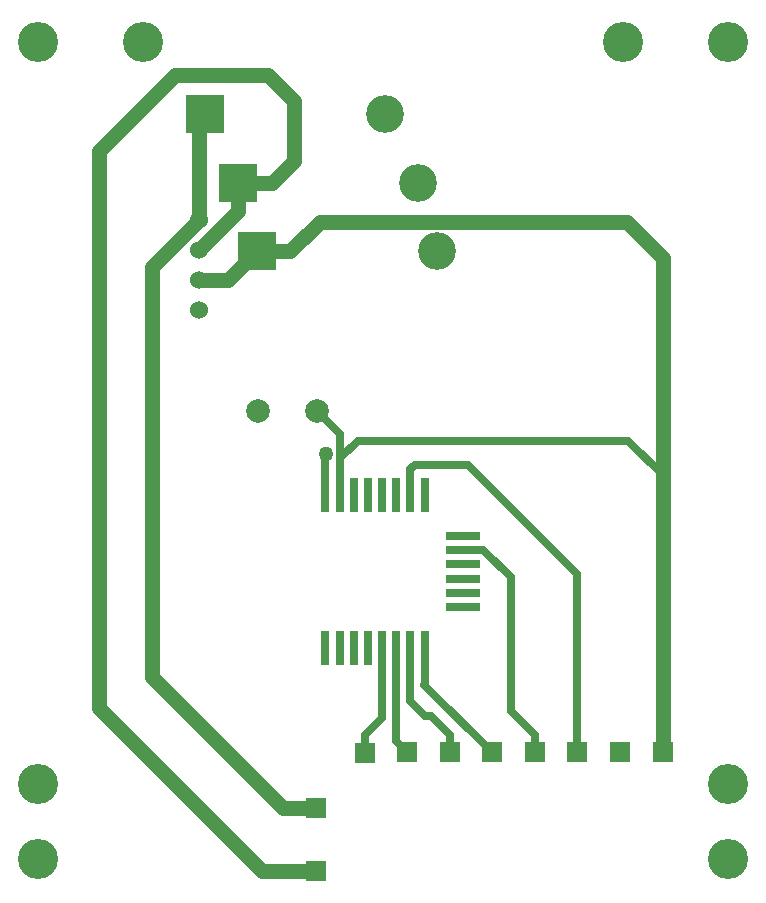
<source format=gbr>
G04 #@! TF.GenerationSoftware,KiCad,Pcbnew,5.0.2+dfsg1-1~bpo9+1*
G04 #@! TF.CreationDate,2019-02-15T21:28:05-06:00*
G04 #@! TF.ProjectId,CommunicationBoard,436f6d6d-756e-4696-9361-74696f6e426f,rev?*
G04 #@! TF.SameCoordinates,Original*
G04 #@! TF.FileFunction,Copper,L1,Top*
G04 #@! TF.FilePolarity,Positive*
%FSLAX46Y46*%
G04 Gerber Fmt 4.6, Leading zero omitted, Abs format (unit mm)*
G04 Created by KiCad (PCBNEW 5.0.2+dfsg1-1~bpo9+1) date vie 15 feb 2019 21:28:05 CST*
%MOMM*%
%LPD*%
G01*
G04 APERTURE LIST*
G04 #@! TA.AperFunction,ComponentPad*
%ADD10C,1.524000*%
G04 #@! TD*
G04 #@! TA.AperFunction,SMDPad,CuDef*
%ADD11R,0.800000X3.000000*%
G04 #@! TD*
G04 #@! TA.AperFunction,SMDPad,CuDef*
%ADD12R,3.000000X0.800000*%
G04 #@! TD*
G04 #@! TA.AperFunction,ComponentPad*
%ADD13R,1.700000X1.700000*%
G04 #@! TD*
G04 #@! TA.AperFunction,ComponentPad*
%ADD14C,2.000000*%
G04 #@! TD*
G04 #@! TA.AperFunction,ComponentPad*
%ADD15R,3.200000X3.200000*%
G04 #@! TD*
G04 #@! TA.AperFunction,ComponentPad*
%ADD16O,3.200000X3.200000*%
G04 #@! TD*
G04 #@! TA.AperFunction,ViaPad*
%ADD17C,3.400000*%
G04 #@! TD*
G04 #@! TA.AperFunction,ViaPad*
%ADD18C,1.270000*%
G04 #@! TD*
G04 #@! TA.AperFunction,Conductor*
%ADD19C,0.635000*%
G04 #@! TD*
G04 #@! TA.AperFunction,Conductor*
%ADD20C,1.270000*%
G04 #@! TD*
G04 APERTURE END LIST*
D10*
G04 #@! TO.P,U1,4*
G04 #@! TO.N,Net-(D1-Pad1)*
X107607100Y-88747600D03*
G04 #@! TO.P,U1,3*
G04 #@! TO.N,Net-(D2-Pad1)*
X107607100Y-91287600D03*
G04 #@! TO.P,U1,2*
G04 #@! TO.N,+3V3*
X107607100Y-93827600D03*
G04 #@! TO.P,U1,1*
G04 #@! TO.N,GND*
X107607100Y-96367600D03*
G04 #@! TD*
D11*
G04 #@! TO.P,IC1,24*
G04 #@! TO.N,GND*
X118286100Y-112029100D03*
G04 #@! TO.P,IC1,23*
G04 #@! TO.N,+3V3*
X119486100Y-112029100D03*
G04 #@! TO.P,IC1,22*
G04 #@! TO.N,N/C*
X120686100Y-112029100D03*
G04 #@! TO.P,IC1,21*
X121886100Y-112029100D03*
G04 #@! TO.P,IC1,20*
X123086100Y-112029100D03*
G04 #@! TO.P,IC1,19*
X124286100Y-112029100D03*
G04 #@! TO.P,IC1,18*
G04 #@! TO.N,Net-(IC1-Pad18)*
X125486100Y-112029100D03*
G04 #@! TO.P,IC1,17*
G04 #@! TO.N,N/C*
X126686100Y-112029100D03*
D12*
G04 #@! TO.P,IC1,15*
X129936100Y-115529100D03*
G04 #@! TO.P,IC1,14*
G04 #@! TO.N,Net-(IC1-Pad14)*
X129936100Y-116729100D03*
G04 #@! TO.P,IC1,13*
G04 #@! TO.N,N/C*
X129936100Y-117929100D03*
G04 #@! TO.P,IC1,12*
X129936100Y-119129100D03*
G04 #@! TO.P,IC1,11*
X129936100Y-120329100D03*
G04 #@! TO.P,IC1,10*
X129936100Y-121529100D03*
D11*
G04 #@! TO.P,IC1,8*
G04 #@! TO.N,Net-(IC1-Pad8)*
X126686100Y-125029100D03*
G04 #@! TO.P,IC1,7*
G04 #@! TO.N,Net-(IC1-Pad7)*
X125486100Y-125029100D03*
G04 #@! TO.P,IC1,6*
G04 #@! TO.N,Net-(IC1-Pad6)*
X124286100Y-125029100D03*
G04 #@! TO.P,IC1,5*
G04 #@! TO.N,Net-(IC1-Pad5)*
X123086100Y-125029100D03*
G04 #@! TO.P,IC1,4*
G04 #@! TO.N,N/C*
X121886100Y-125029100D03*
G04 #@! TO.P,IC1,3*
X120686100Y-125029100D03*
G04 #@! TO.P,IC1,2*
X119486100Y-125029100D03*
G04 #@! TO.P,IC1,1*
X118286100Y-125029100D03*
G04 #@! TD*
D13*
G04 #@! TO.P,J6,1*
G04 #@! TO.N,Net-(IC1-Pad6)*
X125209300Y-133832600D03*
G04 #@! TD*
G04 #@! TO.P,J1,1*
G04 #@! TO.N,+3V3*
X146850100Y-133819900D03*
G04 #@! TD*
G04 #@! TO.P,J2,1*
G04 #@! TO.N,GND*
X143192500Y-133845300D03*
G04 #@! TD*
G04 #@! TO.P,J3,1*
G04 #@! TO.N,Net-(D1-Pad1)*
X117513100Y-138595100D03*
G04 #@! TD*
G04 #@! TO.P,J4,1*
G04 #@! TO.N,Net-(D2-Pad1)*
X117513100Y-143929100D03*
G04 #@! TD*
G04 #@! TO.P,J5,1*
G04 #@! TO.N,Net-(IC1-Pad5)*
X121627900Y-133858000D03*
G04 #@! TD*
G04 #@! TO.P,J7,1*
G04 #@! TO.N,Net-(IC1-Pad7)*
X128803400Y-133845300D03*
G04 #@! TD*
G04 #@! TO.P,J8,1*
G04 #@! TO.N,Net-(IC1-Pad8)*
X132384800Y-133845300D03*
G04 #@! TD*
G04 #@! TO.P,J9,1*
G04 #@! TO.N,Net-(IC1-Pad18)*
X139585700Y-133845300D03*
G04 #@! TD*
G04 #@! TO.P,J10,1*
G04 #@! TO.N,Net-(IC1-Pad14)*
X136004300Y-133845300D03*
G04 #@! TD*
D14*
G04 #@! TO.P,C1,1*
G04 #@! TO.N,+3V3*
X117563900Y-104965500D03*
G04 #@! TO.P,C1,2*
G04 #@! TO.N,GND*
X112563900Y-104965500D03*
G04 #@! TD*
D15*
G04 #@! TO.P,D1,1*
G04 #@! TO.N,Net-(D1-Pad1)*
X108115100Y-79832200D03*
D16*
G04 #@! TO.P,D1,2*
G04 #@! TO.N,GND*
X123355100Y-79832200D03*
G04 #@! TD*
G04 #@! TO.P,D2,2*
G04 #@! TO.N,GND*
X126123700Y-85674200D03*
D15*
G04 #@! TO.P,D2,1*
G04 #@! TO.N,Net-(D2-Pad1)*
X110883700Y-85674200D03*
G04 #@! TD*
G04 #@! TO.P,D3,1*
G04 #@! TO.N,+3V3*
X112458500Y-91414600D03*
D16*
G04 #@! TO.P,D3,2*
G04 #@! TO.N,GND*
X127698500Y-91414600D03*
G04 #@! TD*
D17*
G04 #@! TO.N,*
X152400000Y-136525000D03*
X152400000Y-142875000D03*
X152400000Y-73660000D03*
X143510000Y-73660000D03*
X102870000Y-73660000D03*
X93980000Y-73660000D03*
X93980000Y-136525000D03*
X93980000Y-142875000D03*
D18*
G04 #@! TO.N,GND*
X118300500Y-108572300D03*
G04 #@! TD*
D19*
G04 #@! TO.N,GND*
X118286100Y-108586700D02*
X118300500Y-108572300D01*
X118286100Y-112029100D02*
X118286100Y-108586700D01*
D20*
G04 #@! TO.N,+3V3*
X146850100Y-133819900D02*
X146850100Y-111163100D01*
X110045500Y-93827600D02*
X112458500Y-91414600D01*
X107607100Y-93827600D02*
X110045500Y-93827600D01*
X115328500Y-91414600D02*
X112458500Y-91414600D01*
X143802299Y-88925599D02*
X117817501Y-88925599D01*
X146850100Y-91973400D02*
X143802299Y-88925599D01*
X117817501Y-88925599D02*
X115328500Y-91414600D01*
D19*
X118563899Y-105965499D02*
X117563900Y-104965500D01*
X119507001Y-106908601D02*
X118563899Y-105965499D01*
X119486100Y-109894100D02*
X119507001Y-109873199D01*
X119486100Y-112029100D02*
X119486100Y-109894100D01*
X119507001Y-108826300D02*
X119634000Y-108826300D01*
X119507001Y-109873199D02*
X119507001Y-108826300D01*
X119507001Y-108826300D02*
X119507001Y-106908601D01*
X119634000Y-108826300D02*
X121018300Y-107442000D01*
X121018300Y-107442000D02*
X143929100Y-107442000D01*
D20*
X146850100Y-110363000D02*
X146850100Y-91973400D01*
D19*
X143929100Y-107442000D02*
X146850100Y-110363000D01*
D20*
X146850100Y-111163100D02*
X146850100Y-110363000D01*
D19*
G04 #@! TO.N,Net-(IC1-Pad5)*
X123086100Y-130914800D02*
X123086100Y-125029100D01*
X121627900Y-132373000D02*
X123086100Y-130914800D01*
X121627900Y-133858000D02*
X121627900Y-132373000D01*
G04 #@! TO.N,Net-(IC1-Pad6)*
X124273400Y-132896700D02*
X125209300Y-133832600D01*
X124286100Y-132884000D02*
X124286100Y-125029100D01*
X124273400Y-132896700D02*
X124286100Y-132884000D01*
G04 #@! TO.N,Net-(IC1-Pad18)*
X139585700Y-133845300D02*
X139585700Y-118770400D01*
X139585700Y-118770400D02*
X130327400Y-109512100D01*
X125486100Y-109894100D02*
X125486100Y-112029100D01*
X125868100Y-109512100D02*
X125486100Y-109894100D01*
X130327400Y-109512100D02*
X125868100Y-109512100D01*
G04 #@! TO.N,Net-(IC1-Pad7)*
X125473400Y-129512000D02*
X126746000Y-130784600D01*
X128803400Y-132360300D02*
X128803400Y-133845300D01*
X127227700Y-130784600D02*
X128803400Y-132360300D01*
X126746000Y-130784600D02*
X127227700Y-130784600D01*
X125486100Y-129499300D02*
X125486100Y-125029100D01*
X125473400Y-129512000D02*
X125486100Y-129499300D01*
G04 #@! TO.N,Net-(IC1-Pad8)*
X126673400Y-128133900D02*
X132384800Y-133845300D01*
X126686100Y-128121200D02*
X126686100Y-125029100D01*
X126673400Y-128133900D02*
X126686100Y-128121200D01*
G04 #@! TO.N,Net-(IC1-Pad14)*
X136004300Y-132360300D02*
X133972300Y-130328300D01*
X136004300Y-133845300D02*
X136004300Y-132360300D01*
X131664802Y-116729100D02*
X129936100Y-116729100D01*
X133972300Y-119036598D02*
X131664802Y-116729100D01*
X133972300Y-130328300D02*
X133972300Y-119036598D01*
D20*
G04 #@! TO.N,Net-(D1-Pad1)*
X107607100Y-80340200D02*
X108115100Y-79832200D01*
X107607100Y-88747600D02*
X107607100Y-80340200D01*
X114731800Y-138595100D02*
X117513100Y-138595100D01*
X103581200Y-127444500D02*
X114731800Y-138595100D01*
X103581200Y-92773500D02*
X103581200Y-127444500D01*
X107607100Y-88747600D02*
X103581200Y-92773500D01*
G04 #@! TO.N,Net-(D2-Pad1)*
X110883700Y-88011000D02*
X110883700Y-85674200D01*
X107607100Y-91287600D02*
X110883700Y-88011000D01*
X99085400Y-130111500D02*
X99085400Y-94825818D01*
X117513100Y-143929100D02*
X112903000Y-143929100D01*
X99085400Y-94825818D02*
X99085400Y-83985100D01*
X112903000Y-143929100D02*
X99085400Y-130111500D01*
X99085400Y-83985100D02*
X99085400Y-83693000D01*
X113753900Y-85674200D02*
X110883700Y-85674200D01*
X115633500Y-83794600D02*
X113753900Y-85674200D01*
X115633500Y-78714600D02*
X115633500Y-83794600D01*
X99085400Y-83985100D02*
X99085400Y-82969100D01*
X99085400Y-82969100D02*
X105549700Y-76504800D01*
X105549700Y-76504800D02*
X113423700Y-76504800D01*
X113423700Y-76504800D02*
X115633500Y-78714600D01*
G04 #@! TD*
M02*

</source>
